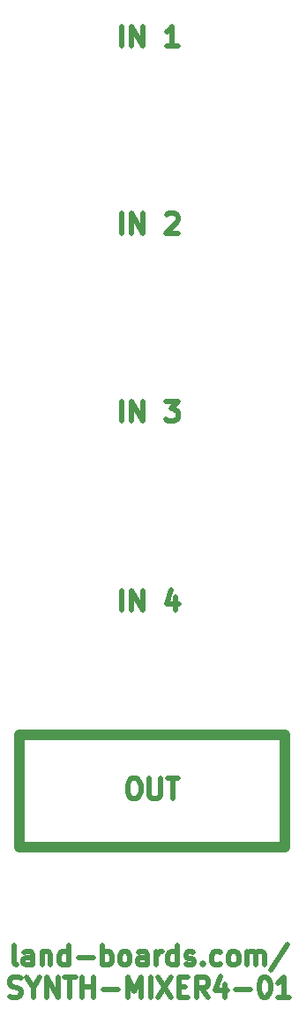
<source format=gto>
%TF.GenerationSoftware,KiCad,Pcbnew,(6.0.1)*%
%TF.CreationDate,2022-10-09T08:59:14-04:00*%
%TF.ProjectId,SYNTH-MIXER4-01_PANEL,53594e54-482d-44d4-9958-4552342d3031,1*%
%TF.SameCoordinates,Original*%
%TF.FileFunction,Legend,Top*%
%TF.FilePolarity,Positive*%
%FSLAX46Y46*%
G04 Gerber Fmt 4.6, Leading zero omitted, Abs format (unit mm)*
G04 Created by KiCad (PCBNEW (6.0.1)) date 2022-10-09 08:59:14*
%MOMM*%
%LPD*%
G01*
G04 APERTURE LIST*
%ADD10C,1.000000*%
%ADD11C,0.476250*%
%ADD12C,0.150000*%
G04 APERTURE END LIST*
D10*
X42500000Y-95250000D02*
X68000000Y-95250000D01*
X68000000Y-95250000D02*
X68000000Y-106000000D01*
X68000000Y-106000000D02*
X42500000Y-106000000D01*
X42500000Y-106000000D02*
X42500000Y-95250000D01*
D11*
X42254642Y-117328260D02*
X42073214Y-117237546D01*
X41982499Y-117056117D01*
X41982499Y-115423260D01*
X43796785Y-117328260D02*
X43796785Y-116330403D01*
X43706071Y-116148975D01*
X43524642Y-116058260D01*
X43161785Y-116058260D01*
X42980357Y-116148975D01*
X43796785Y-117237546D02*
X43615357Y-117328260D01*
X43161785Y-117328260D01*
X42980357Y-117237546D01*
X42889642Y-117056117D01*
X42889642Y-116874689D01*
X42980357Y-116693260D01*
X43161785Y-116602546D01*
X43615357Y-116602546D01*
X43796785Y-116511832D01*
X44703928Y-116058260D02*
X44703928Y-117328260D01*
X44703928Y-116239689D02*
X44794642Y-116148975D01*
X44976071Y-116058260D01*
X45248214Y-116058260D01*
X45429642Y-116148975D01*
X45520357Y-116330403D01*
X45520357Y-117328260D01*
X47243928Y-117328260D02*
X47243928Y-115423260D01*
X47243928Y-117237546D02*
X47062499Y-117328260D01*
X46699642Y-117328260D01*
X46518214Y-117237546D01*
X46427499Y-117146832D01*
X46336785Y-116965403D01*
X46336785Y-116421117D01*
X46427499Y-116239689D01*
X46518214Y-116148975D01*
X46699642Y-116058260D01*
X47062499Y-116058260D01*
X47243928Y-116148975D01*
X48151071Y-116602546D02*
X49602499Y-116602546D01*
X50509642Y-117328260D02*
X50509642Y-115423260D01*
X50509642Y-116148975D02*
X50691071Y-116058260D01*
X51053928Y-116058260D01*
X51235357Y-116148975D01*
X51326071Y-116239689D01*
X51416785Y-116421117D01*
X51416785Y-116965403D01*
X51326071Y-117146832D01*
X51235357Y-117237546D01*
X51053928Y-117328260D01*
X50691071Y-117328260D01*
X50509642Y-117237546D01*
X52505357Y-117328260D02*
X52323928Y-117237546D01*
X52233214Y-117146832D01*
X52142500Y-116965403D01*
X52142500Y-116421117D01*
X52233214Y-116239689D01*
X52323928Y-116148975D01*
X52505357Y-116058260D01*
X52777500Y-116058260D01*
X52958928Y-116148975D01*
X53049642Y-116239689D01*
X53140357Y-116421117D01*
X53140357Y-116965403D01*
X53049642Y-117146832D01*
X52958928Y-117237546D01*
X52777500Y-117328260D01*
X52505357Y-117328260D01*
X54773214Y-117328260D02*
X54773214Y-116330403D01*
X54682500Y-116148975D01*
X54501071Y-116058260D01*
X54138214Y-116058260D01*
X53956785Y-116148975D01*
X54773214Y-117237546D02*
X54591785Y-117328260D01*
X54138214Y-117328260D01*
X53956785Y-117237546D01*
X53866071Y-117056117D01*
X53866071Y-116874689D01*
X53956785Y-116693260D01*
X54138214Y-116602546D01*
X54591785Y-116602546D01*
X54773214Y-116511832D01*
X55680357Y-117328260D02*
X55680357Y-116058260D01*
X55680357Y-116421117D02*
X55771071Y-116239689D01*
X55861785Y-116148975D01*
X56043214Y-116058260D01*
X56224642Y-116058260D01*
X57676071Y-117328260D02*
X57676071Y-115423260D01*
X57676071Y-117237546D02*
X57494642Y-117328260D01*
X57131785Y-117328260D01*
X56950357Y-117237546D01*
X56859642Y-117146832D01*
X56768928Y-116965403D01*
X56768928Y-116421117D01*
X56859642Y-116239689D01*
X56950357Y-116148975D01*
X57131785Y-116058260D01*
X57494642Y-116058260D01*
X57676071Y-116148975D01*
X58492500Y-117237546D02*
X58673928Y-117328260D01*
X59036785Y-117328260D01*
X59218214Y-117237546D01*
X59308928Y-117056117D01*
X59308928Y-116965403D01*
X59218214Y-116783975D01*
X59036785Y-116693260D01*
X58764642Y-116693260D01*
X58583214Y-116602546D01*
X58492500Y-116421117D01*
X58492500Y-116330403D01*
X58583214Y-116148975D01*
X58764642Y-116058260D01*
X59036785Y-116058260D01*
X59218214Y-116148975D01*
X60125357Y-117146832D02*
X60216071Y-117237546D01*
X60125357Y-117328260D01*
X60034642Y-117237546D01*
X60125357Y-117146832D01*
X60125357Y-117328260D01*
X61848928Y-117237546D02*
X61667500Y-117328260D01*
X61304642Y-117328260D01*
X61123214Y-117237546D01*
X61032500Y-117146832D01*
X60941785Y-116965403D01*
X60941785Y-116421117D01*
X61032500Y-116239689D01*
X61123214Y-116148975D01*
X61304642Y-116058260D01*
X61667500Y-116058260D01*
X61848928Y-116148975D01*
X62937500Y-117328260D02*
X62756071Y-117237546D01*
X62665357Y-117146832D01*
X62574642Y-116965403D01*
X62574642Y-116421117D01*
X62665357Y-116239689D01*
X62756071Y-116148975D01*
X62937500Y-116058260D01*
X63209642Y-116058260D01*
X63391071Y-116148975D01*
X63481785Y-116239689D01*
X63572500Y-116421117D01*
X63572500Y-116965403D01*
X63481785Y-117146832D01*
X63391071Y-117237546D01*
X63209642Y-117328260D01*
X62937500Y-117328260D01*
X64388928Y-117328260D02*
X64388928Y-116058260D01*
X64388928Y-116239689D02*
X64479642Y-116148975D01*
X64661071Y-116058260D01*
X64933214Y-116058260D01*
X65114642Y-116148975D01*
X65205357Y-116330403D01*
X65205357Y-117328260D01*
X65205357Y-116330403D02*
X65296071Y-116148975D01*
X65477500Y-116058260D01*
X65749642Y-116058260D01*
X65931071Y-116148975D01*
X66021785Y-116330403D01*
X66021785Y-117328260D01*
X68289642Y-115332546D02*
X66656785Y-117781832D01*
X41574285Y-120304596D02*
X41846428Y-120395310D01*
X42299999Y-120395310D01*
X42481428Y-120304596D01*
X42572142Y-120213882D01*
X42662857Y-120032453D01*
X42662857Y-119851025D01*
X42572142Y-119669596D01*
X42481428Y-119578882D01*
X42299999Y-119488167D01*
X41937142Y-119397453D01*
X41755714Y-119306739D01*
X41664999Y-119216025D01*
X41574285Y-119034596D01*
X41574285Y-118853167D01*
X41664999Y-118671739D01*
X41755714Y-118581025D01*
X41937142Y-118490310D01*
X42390714Y-118490310D01*
X42662857Y-118581025D01*
X43842142Y-119488167D02*
X43842142Y-120395310D01*
X43207142Y-118490310D02*
X43842142Y-119488167D01*
X44477142Y-118490310D01*
X45112142Y-120395310D02*
X45112142Y-118490310D01*
X46200714Y-120395310D01*
X46200714Y-118490310D01*
X46835714Y-118490310D02*
X47924285Y-118490310D01*
X47379999Y-120395310D02*
X47379999Y-118490310D01*
X48559285Y-120395310D02*
X48559285Y-118490310D01*
X48559285Y-119397453D02*
X49647857Y-119397453D01*
X49647857Y-120395310D02*
X49647857Y-118490310D01*
X50554999Y-119669596D02*
X52006428Y-119669596D01*
X52913571Y-120395310D02*
X52913571Y-118490310D01*
X53548571Y-119851025D01*
X54183571Y-118490310D01*
X54183571Y-120395310D01*
X55090714Y-120395310D02*
X55090714Y-118490310D01*
X55816428Y-118490310D02*
X57086428Y-120395310D01*
X57086428Y-118490310D02*
X55816428Y-120395310D01*
X57812142Y-119397453D02*
X58447142Y-119397453D01*
X58719285Y-120395310D02*
X57812142Y-120395310D01*
X57812142Y-118490310D01*
X58719285Y-118490310D01*
X60624285Y-120395310D02*
X59989285Y-119488167D01*
X59535714Y-120395310D02*
X59535714Y-118490310D01*
X60261428Y-118490310D01*
X60442857Y-118581025D01*
X60533571Y-118671739D01*
X60624285Y-118853167D01*
X60624285Y-119125310D01*
X60533571Y-119306739D01*
X60442857Y-119397453D01*
X60261428Y-119488167D01*
X59535714Y-119488167D01*
X62257142Y-119125310D02*
X62257142Y-120395310D01*
X61803571Y-118399596D02*
X61349999Y-119760310D01*
X62529285Y-119760310D01*
X63254999Y-119669596D02*
X64706428Y-119669596D01*
X65976428Y-118490310D02*
X66157857Y-118490310D01*
X66339285Y-118581025D01*
X66429999Y-118671739D01*
X66520714Y-118853167D01*
X66611428Y-119216025D01*
X66611428Y-119669596D01*
X66520714Y-120032453D01*
X66429999Y-120213882D01*
X66339285Y-120304596D01*
X66157857Y-120395310D01*
X65976428Y-120395310D01*
X65794999Y-120304596D01*
X65704285Y-120213882D01*
X65613571Y-120032453D01*
X65522857Y-119669596D01*
X65522857Y-119216025D01*
X65613571Y-118853167D01*
X65704285Y-118671739D01*
X65794999Y-118581025D01*
X65976428Y-118490310D01*
X68425714Y-120395310D02*
X67337142Y-120395310D01*
X67881428Y-120395310D02*
X67881428Y-118490310D01*
X67700000Y-118762453D01*
X67518571Y-118943882D01*
X67337142Y-119034596D01*
X52369285Y-29361785D02*
X52369285Y-27456785D01*
X53276428Y-29361785D02*
X53276428Y-27456785D01*
X54365000Y-29361785D01*
X54365000Y-27456785D01*
X57721428Y-29361785D02*
X56632857Y-29361785D01*
X57177142Y-29361785D02*
X57177142Y-27456785D01*
X56995714Y-27728928D01*
X56814285Y-27910357D01*
X56632857Y-28001071D01*
X52369285Y-47261785D02*
X52369285Y-45356785D01*
X53276428Y-47261785D02*
X53276428Y-45356785D01*
X54365000Y-47261785D01*
X54365000Y-45356785D01*
X56632857Y-45538214D02*
X56723571Y-45447500D01*
X56905000Y-45356785D01*
X57358571Y-45356785D01*
X57540000Y-45447500D01*
X57630714Y-45538214D01*
X57721428Y-45719642D01*
X57721428Y-45901071D01*
X57630714Y-46173214D01*
X56542142Y-47261785D01*
X57721428Y-47261785D01*
X52369285Y-83361785D02*
X52369285Y-81456785D01*
X53276428Y-83361785D02*
X53276428Y-81456785D01*
X54365000Y-83361785D01*
X54365000Y-81456785D01*
X57540000Y-82091785D02*
X57540000Y-83361785D01*
X57086428Y-81366071D02*
X56632857Y-82726785D01*
X57812142Y-82726785D01*
X52369285Y-65261785D02*
X52369285Y-63356785D01*
X53276428Y-65261785D02*
X53276428Y-63356785D01*
X54365000Y-65261785D01*
X54365000Y-63356785D01*
X56542142Y-63356785D02*
X57721428Y-63356785D01*
X57086428Y-64082500D01*
X57358571Y-64082500D01*
X57540000Y-64173214D01*
X57630714Y-64263928D01*
X57721428Y-64445357D01*
X57721428Y-64898928D01*
X57630714Y-65080357D01*
X57540000Y-65171071D01*
X57358571Y-65261785D01*
X56814285Y-65261785D01*
X56632857Y-65171071D01*
X56542142Y-65080357D01*
X53345000Y-99456785D02*
X53707857Y-99456785D01*
X53889285Y-99547500D01*
X54070714Y-99728928D01*
X54161428Y-100091785D01*
X54161428Y-100726785D01*
X54070714Y-101089642D01*
X53889285Y-101271071D01*
X53707857Y-101361785D01*
X53345000Y-101361785D01*
X53163571Y-101271071D01*
X52982142Y-101089642D01*
X52891428Y-100726785D01*
X52891428Y-100091785D01*
X52982142Y-99728928D01*
X53163571Y-99547500D01*
X53345000Y-99456785D01*
X54977857Y-99456785D02*
X54977857Y-100998928D01*
X55068571Y-101180357D01*
X55159285Y-101271071D01*
X55340714Y-101361785D01*
X55703571Y-101361785D01*
X55885000Y-101271071D01*
X55975714Y-101180357D01*
X56066428Y-100998928D01*
X56066428Y-99456785D01*
X56701428Y-99456785D02*
X57790000Y-99456785D01*
X57245714Y-101361785D02*
X57245714Y-99456785D01*
D12*
%TO.C,*%
%TD*%
M02*

</source>
